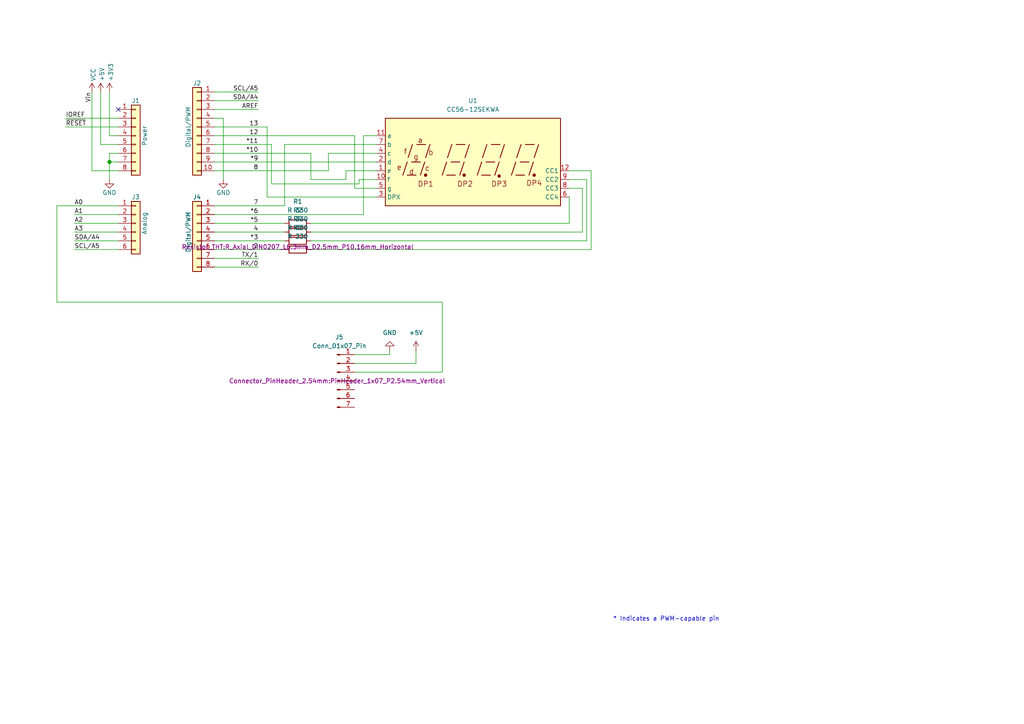
<source format=kicad_sch>
(kicad_sch (version 20231120) (generator "eeschema") (generator_version "8.0")
  (paper "A4")
  (title_block (date "mar. 31 mars 2015"))
  (lib_symbols
    (symbol "+5V_1" (power) (pin_numbers hide) (pin_names (offset 0) hide)
      (property "Value" "+5V" (at 0 3.556 0))
      (symbol "+5V_1_0_1"
        (polyline (pts (xy -0.762 1.27) (xy 0 2.54)))
        (polyline (pts (xy 0 0) (xy 0 2.54)))
        (polyline (pts (xy 0 2.54) (xy 0.762 1.27)))
      )
      (symbol "+5V_1_1_1"
        (pin power_in line (at 0 0 90) (length 0) (name "~") (number "1"))
      )
    )
    (symbol "Connector:Conn_01x07_Pin" (pin_names (offset 1.016) hide)
      (property "Reference" "J" (at 0 10.16 0))
      (property "Value" "Conn_01x07_Pin" (at 0 -10.16 0))
      (symbol "Conn_01x07_Pin_1_1"
        (polyline (pts (xy 1.27 -7.62) (xy 0.8636 -7.62)) (stroke (width 0.1524)))
        (polyline (pts (xy 1.27 -5.08) (xy 0.8636 -5.08)) (stroke (width 0.1524)))
        (polyline (pts (xy 1.27 -2.54) (xy 0.8636 -2.54)) (stroke (width 0.1524)))
        (polyline (pts (xy 1.27 0) (xy 0.8636 0)) (stroke (width 0.1524)))
        (polyline (pts (xy 1.27 2.54) (xy 0.8636 2.54)) (stroke (width 0.1524)))
        (polyline (pts (xy 1.27 5.08) (xy 0.8636 5.08)) (stroke (width 0.1524)))
        (polyline (pts (xy 1.27 7.62) (xy 0.8636 7.62)) (stroke (width 0.1524)))
        (rectangle (start 0.8636 -7.493) (end 0 -7.747) (stroke (width 0.1524)) (fill (type outline)))
        (rectangle (start 0.8636 -4.953) (end 0 -5.207) (stroke (width 0.1524)) (fill (type outline)))
        (rectangle (start 0.8636 -2.413) (end 0 -2.667) (stroke (width 0.1524)) (fill (type outline)))
        (rectangle (start 0.8636 0.127) (end 0 -0.127) (stroke (width 0.1524)) (fill (type outline)))
        (rectangle (start 0.8636 2.667) (end 0 2.413) (stroke (width 0.1524)) (fill (type outline)))
        (rectangle (start 0.8636 5.207) (end 0 4.953) (stroke (width 0.1524)) (fill (type outline)))
        (rectangle (start 0.8636 7.747) (end 0 7.493) (stroke (width 0.1524)) (fill (type outline)))
        (pin passive line (at 5.08 7.62 180) (length 3.81) (name "Pin_1") (number "1"))
        (pin passive line (at 5.08 5.08 180) (length 3.81) (name "Pin_2") (number "2"))
        (pin passive line (at 5.08 2.54 180) (length 3.81) (name "Pin_3") (number "3"))
        (pin passive line (at 5.08 0 180) (length 3.81) (name "Pin_4") (number "4"))
        (pin passive line (at 5.08 -2.54 180) (length 3.81) (name "Pin_5") (number "5"))
        (pin passive line (at 5.08 -5.08 180) (length 3.81) (name "Pin_6") (number "6"))
        (pin passive line (at 5.08 -7.62 180) (length 3.81) (name "Pin_7") (number "7"))
      )
    )
    (symbol "Connector_Generic:Conn_01x06" (pin_names (offset 1.016) hide)
      (property "Reference" "J" (at 0 7.62 0))
      (property "Value" "Conn_01x06" (at 0 -10.16 0))
      (symbol "Conn_01x06_1_1"
        (rectangle (start -1.27 -7.493) (end 0 -7.747) (stroke (width 0.1524)))
        (rectangle (start -1.27 -4.953) (end 0 -5.207) (stroke (width 0.1524)))
        (rectangle (start -1.27 -2.413) (end 0 -2.667) (stroke (width 0.1524)))
        (rectangle (start -1.27 0.127) (end 0 -0.127) (stroke (width 0.1524)))
        (rectangle (start -1.27 2.667) (end 0 2.413) (stroke (width 0.1524)))
        (rectangle (start -1.27 5.207) (end 0 4.953) (stroke (width 0.1524)))
        (rectangle (start -1.27 6.35) (end 1.27 -8.89) (stroke (width 0.254)) (fill (type background)))
        (pin passive line (at -5.08 5.08 0) (length 3.81) (name "Pin_1") (number "1"))
        (pin passive line (at -5.08 2.54 0) (length 3.81) (name "Pin_2") (number "2"))
        (pin passive line (at -5.08 0 0) (length 3.81) (name "Pin_3") (number "3"))
        (pin passive line (at -5.08 -2.54 0) (length 3.81) (name "Pin_4") (number "4"))
        (pin passive line (at -5.08 -5.08 0) (length 3.81) (name "Pin_5") (number "5"))
        (pin passive line (at -5.08 -7.62 0) (length 3.81) (name "Pin_6") (number "6"))
      )
    )
    (symbol "Connector_Generic:Conn_01x08" (pin_names (offset 1.016) hide)
      (property "Reference" "J" (at 0 10.16 0))
      (property "Value" "Conn_01x08" (at 0 -12.7 0))
      (symbol "Conn_01x08_1_1"
        (rectangle (start -1.27 -10.033) (end 0 -10.287) (stroke (width 0.1524)))
        (rectangle (start -1.27 -7.493) (end 0 -7.747) (stroke (width 0.1524)))
        (rectangle (start -1.27 -4.953) (end 0 -5.207) (stroke (width 0.1524)))
        (rectangle (start -1.27 -2.413) (end 0 -2.667) (stroke (width 0.1524)))
        (rectangle (start -1.27 0.127) (end 0 -0.127) (stroke (width 0.1524)))
        (rectangle (start -1.27 2.667) (end 0 2.413) (stroke (width 0.1524)))
        (rectangle (start -1.27 5.207) (end 0 4.953) (stroke (width 0.1524)))
        (rectangle (start -1.27 7.747) (end 0 7.493) (stroke (width 0.1524)))
        (rectangle (start -1.27 8.89) (end 1.27 -11.43) (stroke (width 0.254)) (fill (type background)))
        (pin passive line (at -5.08 7.62 0) (length 3.81) (name "Pin_1") (number "1"))
        (pin passive line (at -5.08 5.08 0) (length 3.81) (name "Pin_2") (number "2"))
        (pin passive line (at -5.08 2.54 0) (length 3.81) (name "Pin_3") (number "3"))
        (pin passive line (at -5.08 0 0) (length 3.81) (name "Pin_4") (number "4"))
        (pin passive line (at -5.08 -2.54 0) (length 3.81) (name "Pin_5") (number "5"))
        (pin passive line (at -5.08 -5.08 0) (length 3.81) (name "Pin_6") (number "6"))
        (pin passive line (at -5.08 -7.62 0) (length 3.81) (name "Pin_7") (number "7"))
        (pin passive line (at -5.08 -10.16 0) (length 3.81) (name "Pin_8") (number "8"))
      )
    )
    (symbol "Connector_Generic:Conn_01x10" (pin_names (offset 1.016) hide)
      (property "Reference" "J" (at 0 12.7 0))
      (property "Value" "Conn_01x10" (at 0 -15.24 0))
      (symbol "Conn_01x10_1_1"
        (rectangle (start -1.27 -12.573) (end 0 -12.827) (stroke (width 0.1524)))
        (rectangle (start -1.27 -10.033) (end 0 -10.287) (stroke (width 0.1524)))
        (rectangle (start -1.27 -7.493) (end 0 -7.747) (stroke (width 0.1524)))
        (rectangle (start -1.27 -4.953) (end 0 -5.207) (stroke (width 0.1524)))
        (rectangle (start -1.27 -2.413) (end 0 -2.667) (stroke (width 0.1524)))
        (rectangle (start -1.27 0.127) (end 0 -0.127) (stroke (width 0.1524)))
        (rectangle (start -1.27 2.667) (end 0 2.413) (stroke (width 0.1524)))
        (rectangle (start -1.27 5.207) (end 0 4.953) (stroke (width 0.1524)))
        (rectangle (start -1.27 7.747) (end 0 7.493) (stroke (width 0.1524)))
        (rectangle (start -1.27 10.287) (end 0 10.033) (stroke (width 0.1524)))
        (rectangle (start -1.27 11.43) (end 1.27 -13.97) (stroke (width 0.254)) (fill (type background)))
        (pin passive line (at -5.08 10.16 0) (length 3.81) (name "Pin_1") (number "1"))
        (pin passive line (at -5.08 -12.7 0) (length 3.81) (name "Pin_10") (number "10"))
        (pin passive line (at -5.08 7.62 0) (length 3.81) (name "Pin_2") (number "2"))
        (pin passive line (at -5.08 5.08 0) (length 3.81) (name "Pin_3") (number "3"))
        (pin passive line (at -5.08 2.54 0) (length 3.81) (name "Pin_4") (number "4"))
        (pin passive line (at -5.08 0 0) (length 3.81) (name "Pin_5") (number "5"))
        (pin passive line (at -5.08 -2.54 0) (length 3.81) (name "Pin_6") (number "6"))
        (pin passive line (at -5.08 -5.08 0) (length 3.81) (name "Pin_7") (number "7"))
        (pin passive line (at -5.08 -7.62 0) (length 3.81) (name "Pin_8") (number "8"))
        (pin passive line (at -5.08 -10.16 0) (length 3.81) (name "Pin_9") (number "9"))
      )
    )
    (symbol "Device:R" (pin_numbers hide) (pin_names (offset 0))
      (property "Reference" "R" (at 2.032 0 90))
      (property "Value" "R" (at 0 0 90))
      (symbol "R_0_1"
        (rectangle (start -1.016 -2.54) (end 1.016 2.54) (stroke (width 0.254)))
      )
      (symbol "R_1_1"
        (pin passive line (at 0 3.81 270) (length 1.27) (name "~") (number "1"))
        (pin passive line (at 0 -3.81 90) (length 1.27) (name "~") (number "2"))
      )
    )
    (symbol "Display_Character:CC56-12SEKWA"
      (property "Reference" "U" (at -24.13 13.97 0))
      (property "Value" "CC56-12SEKWA" (at 17.78 13.97 0))
      (symbol "CC56-12SEKWA_0_0"
        (rectangle (start -25.4 12.7) (end 25.4 -12.7) (stroke (width 0.254)) (fill (type background)))
        (polyline (pts (xy -20.32 -3.81) (xy -19.05 0)) (stroke (width 0.254)))
        (polyline (pts (xy -19.05 -3.81) (xy -16.51 -3.81)) (stroke (width 0.254)))
        (polyline (pts (xy -18.796 1.27) (xy -17.526 5.08)) (stroke (width 0.254)))
        (polyline (pts (xy -17.78 0) (xy -15.24 0)) (stroke (width 0.254)))
        (polyline (pts (xy -16.256 5.08) (xy -13.716 5.08)) (stroke (width 0.254)))
        (polyline (pts (xy -15.24 -3.81) (xy -13.97 0)) (stroke (width 0.254)))
        (polyline (pts (xy -13.716 1.27) (xy -12.446 5.08)) (stroke (width 0.254)))
        (polyline (pts (xy -8.89 -3.81) (xy -7.62 0)) (stroke (width 0.254)))
        (polyline (pts (xy -7.62 -3.81) (xy -5.08 -3.81)) (stroke (width 0.254)))
        (polyline (pts (xy -7.366 1.27) (xy -6.096 5.08)) (stroke (width 0.254)))
        (polyline (pts (xy -6.35 0) (xy -3.81 0)) (stroke (width 0.254)))
        (polyline (pts (xy -4.826 5.08) (xy -2.286 5.08)) (stroke (width 0.254)))
        (polyline (pts (xy -3.81 -3.81) (xy -2.54 0)) (stroke (width 0.254)))
        (polyline (pts (xy -2.286 1.27) (xy -1.016 5.08)) (stroke (width 0.254)))
        (polyline (pts (xy 1.27 -3.81) (xy 2.54 0)) (stroke (width 0.254)))
        (polyline (pts (xy 2.54 -3.81) (xy 5.08 -3.81)) (stroke (width 0.254)))
        (polyline (pts (xy 2.794 1.27) (xy 4.064 5.08)) (stroke (width 0.254)))
        (polyline (pts (xy 3.81 0) (xy 6.35 0)) (stroke (width 0.254)))
        (polyline (pts (xy 5.334 5.08) (xy 7.874 5.08)) (stroke (width 0.254)))
        (polyline (pts (xy 6.35 -3.81) (xy 7.62 0)) (stroke (width 0.254)))
        (polyline (pts (xy 7.874 1.27) (xy 9.144 5.08)) (stroke (width 0.254)))
        (polyline (pts (xy 11.176 -3.81) (xy 12.446 0)) (stroke (width 0.254)))
        (polyline (pts (xy 12.446 -3.81) (xy 14.986 -3.81)) (stroke (width 0.254)))
        (polyline (pts (xy 12.7 1.27) (xy 13.97 5.08)) (stroke (width 0.254)))
        (polyline (pts (xy 13.716 0) (xy 16.256 0)) (stroke (width 0.254)))
        (polyline (pts (xy 15.24 5.08) (xy 17.78 5.08)) (stroke (width 0.254)))
        (polyline (pts (xy 16.256 -3.81) (xy 17.526 0)) (stroke (width 0.254)))
        (polyline (pts (xy 17.78 1.27) (xy 19.05 5.08)) (stroke (width 0.254)))
        (text "a" (at -15.24 6.35 0) (effects (font (size 1.524 1.524))))
        (text "b" (at -12.192 2.794 0) (effects (font (size 1.524 1.524))))
        (text "c" (at -13.208 -1.778 0) (effects (font (size 1.524 1.524))))
        (text "d" (at -17.78 -2.794 0) (effects (font (size 1.524 1.524))))
        (text "DP1" (at -13.716 -6.35 0) (effects (font (size 1.524 1.524))))
        (text "DP2" (at -2.286 -6.35 0) (effects (font (size 1.524 1.524))))
        (text "DP3" (at 7.62 -6.35 0) (effects (font (size 1.524 1.524))))
        (text "DP4" (at 17.78 -6.096 0) (effects (font (size 1.524 1.524))))
        (text "e" (at -21.336 -1.524 0) (effects (font (size 1.524 1.524))))
        (text "f" (at -19.558 3.048 0) (effects (font (size 1.524 1.524))))
        (text "g" (at -16.51 1.524 0) (effects (font (size 1.524 1.524))))
      )
      (symbol "CC56-12SEKWA_0_1"
        (circle (center -13.716 -3.81) (radius 0.3556) (stroke (width 0.254)) (fill (type outline)))
        (circle (center -2.54 -3.81) (radius 0.3556) (stroke (width 0.254)) (fill (type outline)))
      )
      (symbol "CC56-12SEKWA_1_0"
        (circle (center 7.62 -4.064) (radius 0.3556) (stroke (width 0.254)) (fill (type outline)))
        (circle (center 17.78 -3.81) (radius 0.3556) (stroke (width 0.254)) (fill (type outline)))
      )
      (symbol "CC56-12SEKWA_1_1"
        (pin input line (at -27.94 -2.54 0) (length 2.54) (name "e") (number "1"))
        (pin input line (at -27.94 -5.08 0) (length 2.54) (name "f") (number "10"))
        (pin input line (at -27.94 7.62 0) (length 2.54) (name "a") (number "11"))
        (pin input line (at 27.94 -2.54 180) (length 2.54) (name "CC1") (number "12"))
        (pin input line (at -27.94 0 0) (length 2.54) (name "d") (number "2"))
        (pin input line (at -27.94 -10.16 0) (length 2.54) (name "DPX") (number "3"))
        (pin input line (at -27.94 2.54 0) (length 2.54) (name "c") (number "4"))
        (pin input line (at -27.94 -7.62 0) (length 2.54) (name "g") (number "5"))
        (pin input line (at 27.94 -10.16 180) (length 2.54) (name "CC4") (number "6"))
        (pin input line (at -27.94 5.08 0) (length 2.54) (name "b") (number "7"))
        (pin input line (at 27.94 -7.62 180) (length 2.54) (name "CC3") (number "8"))
        (pin input line (at 27.94 -5.08 180) (length 2.54) (name "CC2") (number "9"))
      )
    )
    (symbol "GND_1" (power) (pin_numbers hide) (pin_names (offset 0) hide)
      (property "Value" "GND" (at 0 -3.81 0))
      (symbol "GND_1_0_1"
        (polyline (pts (xy 0 0) (xy 0 -1.27) (xy 1.27 -1.27) (xy 0 -2.54) (xy -1.27 -1.27) (xy 0 -1.27)))
      )
      (symbol "GND_1_1_1"
        (pin power_in line (at 0 0 270) (length 0) (name "~") (number "1"))
      )
    )
    (symbol "power:+3V3" (power) (pin_names (offset 0))
      (property "Value" "+3V3" (at 0 3.556 0))
      (symbol "+3V3_0_1"
        (polyline (pts (xy -0.762 1.27) (xy 0 2.54)))
        (polyline (pts (xy 0 0) (xy 0 2.54)))
        (polyline (pts (xy 0 2.54) (xy 0.762 1.27)))
      )
      (symbol "+3V3_1_1"
        (pin power_in line (at 0 0 90) (length 0) hide (name "+3V3") (number "1"))
      )
    )
    (symbol "power:+5V" (power) (pin_names (offset 0))
      (property "Value" "+5V" (at 0 3.556 0))
      (symbol "+5V_0_1"
        (polyline (pts (xy -0.762 1.27) (xy 0 2.54)))
        (polyline (pts (xy 0 0) (xy 0 2.54)))
        (polyline (pts (xy 0 2.54) (xy 0.762 1.27)))
      )
      (symbol "+5V_1_1"
        (pin power_in line (at 0 0 90) (length 0) hide (name "+5V") (number "1"))
      )
    )
    (symbol "power:GND" (power) (pin_names (offset 0))
      (property "Value" "GND" (at 0 -3.81 0))
      (symbol "GND_0_1"
        (polyline (pts (xy 0 0) (xy 0 -1.27) (xy 1.27 -1.27) (xy 0 -2.54) (xy -1.27 -1.27) (xy 0 -1.27)))
      )
      (symbol "GND_1_1"
        (pin power_in line (at 0 0 270) (length 0) hide (name "GND") (number "1"))
      )
    )
    (symbol "power:VCC" (power) (pin_names (offset 0))
      (property "Value" "VCC" (at 0 3.81 0))
      (symbol "VCC_0_1"
        (polyline (pts (xy -0.762 1.27) (xy 0 2.54)))
        (polyline (pts (xy 0 0) (xy 0 2.54)))
        (polyline (pts (xy 0 2.54) (xy 0.762 1.27)))
      )
      (symbol "VCC_1_1"
        (pin power_in line (at 0 0 90) (length 0) hide (name "VCC") (number "1"))
      )
    )
  )
  (junction (at 31.75 46.99) (diameter 1.016))
  (no_connect (at 34.29 31.75))
  (wire (pts (xy 62.23 77.47) (xy 74.93 77.47)))
  (wire (pts (xy 62.23 44.45) (xy 90.17 44.45)))
  (wire (pts (xy 109.22 57.15) (xy 77.47 57.15)))
  (wire (pts (xy 62.23 26.67) (xy 74.93 26.67)))
  (wire (pts (xy 90.17 52.07) (xy 100.33 52.07)))
  (wire (pts (xy 113.03 102.87) (xy 102.87 102.87)))
  (wire (pts (xy 170.18 52.07) (xy 170.18 69.85)))
  (wire (pts (xy 31.75 44.45) (xy 31.75 46.99)))
  (wire (pts (xy 21.59 72.39) (xy 34.29 72.39)))
  (wire (pts (xy 128.27 87.63) (xy 16.51 87.63)))
  (wire (pts (xy 31.75 46.99) (xy 31.75 52.07)))
  (wire (pts (xy 171.45 72.39) (xy 171.45 49.53)))
  (wire (pts (xy 90.17 72.39) (xy 171.45 72.39)))
  (wire (pts (xy 31.75 39.37) (xy 34.29 39.37)))
  (wire (pts (xy 95.25 44.45) (xy 95.25 49.53)))
  (wire (pts (xy 120.65 101.6) (xy 120.65 105.41)))
  (wire (pts (xy 29.21 41.91) (xy 34.29 41.91)))
  (wire (pts (xy 29.21 26.67) (xy 29.21 41.91)))
  (wire (pts (xy 102.87 54.61) (xy 109.22 54.61)))
  (wire (pts (xy 171.45 49.53) (xy 165.1 49.53)))
  (wire (pts (xy 62.23 36.83) (xy 77.47 36.83)))
  (wire (pts (xy 31.75 26.67) (xy 31.75 39.37)))
  (wire (pts (xy 62.23 59.69) (xy 82.55 59.69)))
  (wire (pts (xy 78.74 53.34) (xy 104.14 53.34)))
  (wire (pts (xy 16.51 59.69) (xy 34.29 59.69)))
  (wire (pts (xy 165.1 57.15) (xy 165.1 64.77)))
  (wire (pts (xy 62.23 39.37) (xy 102.87 39.37)))
  (wire (pts (xy 82.55 41.91) (xy 82.55 59.69)))
  (wire (pts (xy 62.23 62.23) (xy 105.41 62.23)))
  (wire (pts (xy 104.14 53.34) (xy 104.14 52.07)))
  (wire (pts (xy 165.1 52.07) (xy 170.18 52.07)))
  (wire (pts (xy 100.33 52.07) (xy 100.33 49.53)))
  (wire (pts (xy 100.33 49.53) (xy 109.22 49.53)))
  (wire (pts (xy 104.14 52.07) (xy 109.22 52.07)))
  (wire (pts (xy 62.23 46.99) (xy 109.22 46.99)))
  (wire (pts (xy 165.1 54.61) (xy 168.91 54.61)))
  (wire (pts (xy 128.27 107.95) (xy 128.27 87.63)))
  (wire (pts (xy 62.23 67.31) (xy 82.55 67.31)))
  (wire (pts (xy 113.03 101.6) (xy 113.03 102.87)))
  (wire (pts (xy 120.65 105.41) (xy 102.87 105.41)))
  (wire (pts (xy 19.05 34.29) (xy 34.29 34.29)))
  (wire (pts (xy 64.77 34.29) (xy 64.77 52.07)))
  (wire (pts (xy 90.17 69.85) (xy 170.18 69.85)))
  (wire (pts (xy 62.23 31.75) (xy 74.93 31.75)))
  (wire (pts (xy 34.29 64.77) (xy 21.59 64.77)))
  (wire (pts (xy 19.05 36.83) (xy 34.29 36.83)))
  (wire (pts (xy 34.29 46.99) (xy 31.75 46.99)))
  (wire (pts (xy 90.17 44.45) (xy 90.17 52.07)))
  (wire (pts (xy 34.29 49.53) (xy 26.67 49.53)))
  (wire (pts (xy 90.17 67.31) (xy 168.91 67.31)))
  (wire (pts (xy 21.59 62.23) (xy 34.29 62.23)))
  (wire (pts (xy 105.41 39.37) (xy 109.22 39.37)))
  (wire (pts (xy 90.17 64.77) (xy 165.1 64.77)))
  (wire (pts (xy 62.23 34.29) (xy 64.77 34.29)))
  (wire (pts (xy 34.29 44.45) (xy 31.75 44.45)))
  (wire (pts (xy 62.23 41.91) (xy 78.74 41.91)))
  (wire (pts (xy 102.87 107.95) (xy 128.27 107.95)))
  (wire (pts (xy 62.23 64.77) (xy 82.55 64.77)))
  (wire (pts (xy 21.59 67.31) (xy 34.29 67.31)))
  (wire (pts (xy 78.74 41.91) (xy 78.74 53.34)))
  (wire (pts (xy 77.47 57.15) (xy 77.47 36.83)))
  (wire (pts (xy 109.22 44.45) (xy 95.25 44.45)))
  (wire (pts (xy 102.87 39.37) (xy 102.87 54.61)))
  (wire (pts (xy 62.23 29.21) (xy 74.93 29.21)))
  (wire (pts (xy 168.91 54.61) (xy 168.91 67.31)))
  (wire (pts (xy 105.41 39.37) (xy 105.41 62.23)))
  (wire (pts (xy 62.23 72.39) (xy 82.55 72.39)))
  (wire (pts (xy 62.23 69.85) (xy 82.55 69.85)))
  (wire (pts (xy 109.22 41.91) (xy 82.55 41.91)))
  (wire (pts (xy 16.51 87.63) (xy 16.51 59.69)))
  (wire (pts (xy 62.23 74.93) (xy 74.93 74.93)))
  (wire (pts (xy 26.67 49.53) (xy 26.67 26.67)))
  (wire (pts (xy 34.29 69.85) (xy 21.59 69.85)))
  (wire (pts (xy 62.23 49.53) (xy 95.25 49.53)))
  (text "* Indicates a PWM-capable pin" (at 177.8 180.34 0) (effects (font (size 1.27 1.27)) (justify left bottom)))
  (label "RX{slash}0" (at 74.93 77.47 180))
  (label "A2" (at 21.59 64.77 0))
  (label "4" (at 74.93 67.31 180))
  (label "2" (at 74.93 72.39 180))
  (label "A3" (at 21.59 67.31 0))
  (label "13" (at 74.93 36.83 180))
  (label "12" (at 74.93 39.37 180))
  (label "~{RESET}" (at 19.05 36.83 0))
  (label "*10" (at 74.93 44.45 180))
  (label "7" (at 74.93 59.69 180))
  (label "SDA{slash}A4" (at 74.93 29.21 180))
  (label "8" (at 74.93 49.53 180))
  (label "*11" (at 74.93 41.91 180))
  (label "*3" (at 74.93 69.85 180))
  (label "A1" (at 21.59 62.23 0))
  (label "TX{slash}1" (at 74.93 74.93 180))
  (label "A0" (at 21.59 59.69 0))
  (label "AREF" (at 74.93 31.75 180))
  (label "Vin" (at 26.67 26.67 270))
  (label "*6" (at 74.93 62.23 180))
  (label "SCL{slash}A5" (at 74.93 26.67 180))
  (label "*9" (at 74.93 46.99 180))
  (label "*5" (at 74.93 64.77 180))
  (label "IOREF" (at 19.05 34.29 0))
  (label "SDA{slash}A4" (at 21.59 69.85 0))
  (label "SCL{slash}A5" (at 21.59 72.39 0))
  (symbol (lib_id "Connector_Generic:Conn_01x08") (at 39.37 39.37 0) (unit 1)
    (property "Reference" "J1" (at 39.37 29.21 0))
    (property "Value" "Power" (at 41.91 39.37 90))
    (property "Footprint" "Connector_PinSocket_2.54mm:PinSocket_1x08_P2.54mm_Vertical" (effects (hide yes)))
  )
  (symbol (lib_id "power:+3V3") (at 31.75 26.67 0) (unit 1)
    (property "Reference" "#PWR03" (effects (hide yes)))
    (property "Value" "+3V3" (at 32.131 23.622 90) (effects (justify left)))
  )
  (symbol (lib_id "power:+5V") (at 29.21 26.67 0) (unit 1)
    (property "Reference" "#PWR02" (effects (hide yes)))
    (property "Value" "+5V" (at 29.5656 23.622 90) (effects (justify left)))
  )
  (symbol (lib_id "power:GND") (at 31.75 52.07 0) (unit 1)
    (property "Reference" "#PWR04" (effects (hide yes)))
    (property "Value" "GND" (at 31.75 55.88 0))
  )
  (symbol (lib_id "Connector_Generic:Conn_01x10") (at 57.15 36.83 0) (mirror y) (unit 1)
    (property "Reference" "J2" (at 57.15 24.13 0))
    (property "Value" "Digital/PWM" (at 54.61 36.83 90))
    (property "Footprint" "Connector_PinSocket_2.54mm:PinSocket_1x10_P2.54mm_Vertical" (effects (hide yes)))
  )
  (symbol (lib_id "power:GND") (at 64.77 52.07 0) (unit 1)
    (property "Reference" "#PWR05" (effects (hide yes)))
    (property "Value" "GND" (at 64.77 55.88 0))
  )
  (symbol (lib_id "Connector_Generic:Conn_01x06") (at 39.37 64.77 0) (unit 1)
    (property "Reference" "J3" (at 39.37 57.15 0))
    (property "Value" "Analog" (at 41.91 64.77 90))
    (property "Footprint" "Connector_PinSocket_2.54mm:PinSocket_1x06_P2.54mm_Vertical" (effects (hide yes)))
  )
  (symbol (lib_id "Connector_Generic:Conn_01x08") (at 57.15 67.31 0) (mirror y) (unit 1)
    (property "Reference" "J4" (at 57.15 57.15 0))
    (property "Value" "Digital/PWM" (at 54.61 67.31 90))
    (property "Footprint" "Connector_PinSocket_2.54mm:PinSocket_1x08_P2.54mm_Vertical" (effects (hide yes)))
  )
  (symbol (lib_name "+5V_1") (lib_id "power:+5V") (at 120.65 101.6 0) (unit 1)
    (property "Reference" "#PWR07" (effects (hide yes)))
    (property "Value" "+5V" (at 120.65 96.52 0))
    (property "Description" "Power symbol creates a global label with name \"+5V\"" (effects (hide yes)))
  )
  (symbol (lib_id "Device:R") (at 86.36 64.77 90) (unit 1)
    (property "Reference" "R1" (at 86.36 58.42 90))
    (property "Value" "R 330" (at 86.36 60.96 90))
    (property "Footprint" "Resistor_THT:R_Axial_DIN0207_L6.3mm_D2.5mm_P10.16mm_Horizontal" (effects (hide yes)))
    (property "Description" "Resistor" (effects (hide yes)))
  )
  (symbol (lib_id "Device:R") (at 86.36 67.31 90) (unit 1)
    (property "Reference" "R2" (at 86.36 60.96 90))
    (property "Value" "R 330" (at 86.36 63.5 90))
    (property "Footprint" "Resistor_THT:R_Axial_DIN0207_L6.3mm_D2.5mm_P10.16mm_Horizontal" (effects (hide yes)))
    (property "Description" "Resistor" (effects (hide yes)))
  )
  (symbol (lib_id "Device:R") (at 86.36 72.39 90) (unit 1)
    (property "Reference" "R3" (at 86.36 66.04 90))
    (property "Value" "R 330" (at 86.36 68.58 90))
    (property "Footprint" "Resistor_THT:R_Axial_DIN0207_L6.3mm_D2.5mm_P10.16mm_Horizontal" (effects (hide yes)))
    (property "Description" "Resistor" (effects (hide yes)))
  )
  (symbol (lib_id "power:VCC") (at 26.67 26.67 0) (unit 1)
    (property "Reference" "#PWR01" (effects (hide yes)))
    (property "Value" "VCC" (at 27.051 23.622 90) (effects (justify left)))
  )
  (symbol (lib_id "Connector:Conn_01x07_Pin") (at 97.79 110.49 0) (unit 1)
    (property "Reference" "J5" (at 98.425 97.79 0))
    (property "Value" "Conn_01x07_Pin" (at 98.425 100.33 0))
    (property "Footprint" "Connector_PinHeader_2.54mm:PinHeader_1x07_P2.54mm_Vertical" (at 97.79 110.49 0))
    (property "Description" "Generic connector, single row, 01x07, script generated" (effects (hide yes)))
  )
  (symbol (lib_name "GND_1") (lib_id "power:GND") (at 113.03 101.6 180) (unit 1)
    (property "Reference" "#PWR06" (effects (hide yes)))
    (property "Value" "GND" (at 113.03 96.52 0))
    (property "Description" "Power symbol creates a global label with name \"GND\" , ground" (effects (hide yes)))
  )
  (symbol (lib_id "Display_Character:CC56-12SEKWA") (at 137.16 46.99 0) (unit 1)
    (property "Reference" "U1" (at 137.16 29.21 0))
    (property "Value" "CC56-12SEKWA" (at 137.16 31.75 0))
    (property "Footprint" "Display_7Segment:CA56-12SEKWA" (effects (hide yes)))
    (property "Datasheet" "http://www.kingbright.com/attachments/file/psearch/000/00/00/CC56-12SEKWA(Ver.7A).pdf" (effects (hide yes)))
    (property "Description" "4 digit 7 segment super bright orange LED, common cathode" (effects (hide yes)))
  )
  (symbol (lib_id "Device:R") (at 86.36 69.85 90) (unit 1)
    (property "Reference" "R4" (at 86.36 63.5 90))
    (property "Value" "R 330" (at 86.36 66.04 90))
    (property "Footprint" "Resistor_THT:R_Axial_DIN0207_L6.3mm_D2.5mm_P10.16mm_Horizontal" (at 86.36 71.628 90))
    (property "Description" "Resistor" (effects (hide yes)))
  )
)
</source>
